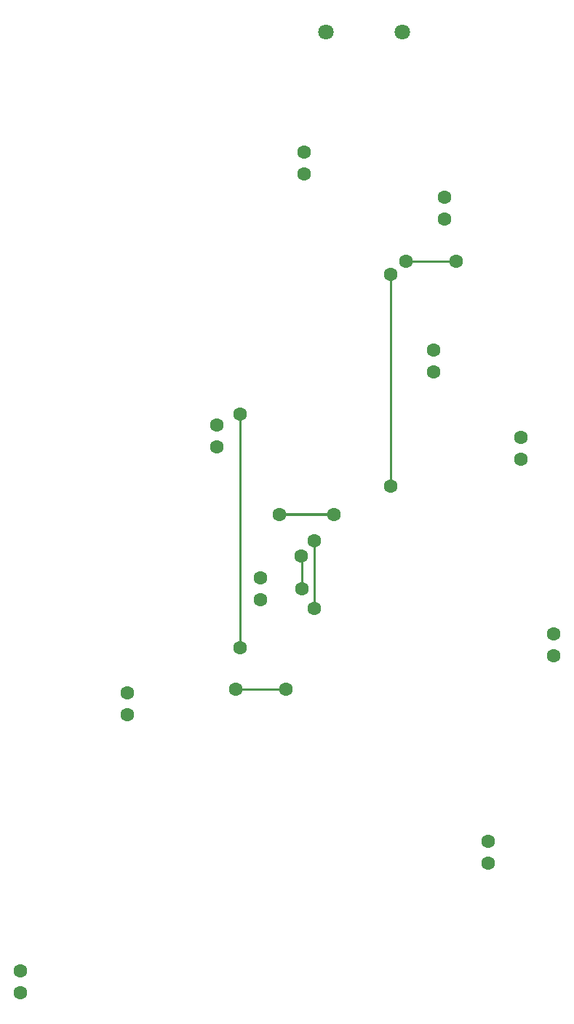
<source format=gbr>
G04 EAGLE Gerber RS-274X export*
G75*
%MOMM*%
%FSLAX34Y34*%
%LPD*%
%INTop Copper*%
%IPPOS*%
%AMOC8*
5,1,8,0,0,1.08239X$1,22.5*%
G01*
%ADD10C,1.800000*%
%ADD11C,1.600000*%
%ADD12C,0.254000*%
%ADD13C,0.300000*%


D10*
X470800Y1391500D03*
D11*
X150600Y622800D03*
X150600Y597400D03*
X254900Y934300D03*
X254900Y908900D03*
X646800Y665900D03*
X646800Y691300D03*
X305700Y756500D03*
X305700Y731100D03*
X608700Y894500D03*
X608700Y919900D03*
X519800Y1173900D03*
X519800Y1199300D03*
X356500Y1251800D03*
X356500Y1226400D03*
X570600Y424600D03*
X570600Y450000D03*
X26300Y299300D03*
X26300Y273900D03*
X507100Y996100D03*
X507100Y1021500D03*
D10*
X381900Y1391500D03*
D11*
X533400Y1125220D03*
X474980Y1125220D03*
D12*
X533400Y1125220D01*
D11*
X281940Y675640D03*
D12*
X281940Y947420D01*
D11*
X281940Y947420D03*
X353430Y743850D03*
D12*
X353430Y781950D01*
X353060Y782320D01*
D11*
X353060Y782320D03*
X327660Y830580D03*
X391160Y830580D03*
D13*
X327660Y830580D01*
D11*
X276860Y627380D03*
D12*
X335280Y627380D01*
D11*
X335280Y627380D03*
X368300Y800100D03*
X457200Y863600D03*
D12*
X457200Y1109980D01*
D11*
X457200Y1109980D03*
X368300Y721360D03*
D12*
X368300Y800100D01*
M02*

</source>
